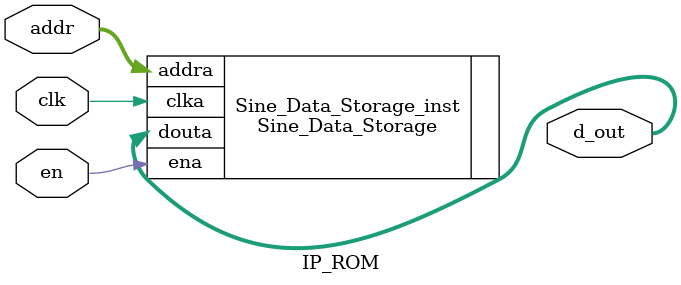
<source format=v>

`timescale 1ns/100ps

module IP_ROM (
   input wire clk,
   input wire en,
   input wire [5:0] addr,
   output wire [31:0] d_out
);

Sine_Data_Storage Sine_Data_Storage_inst (
   
   
	.clka           (clk),
    
    .ena            (en),
   
    .addra          (addr),
   
    .douta          (d_out)
	
);




endmodule 
</source>
